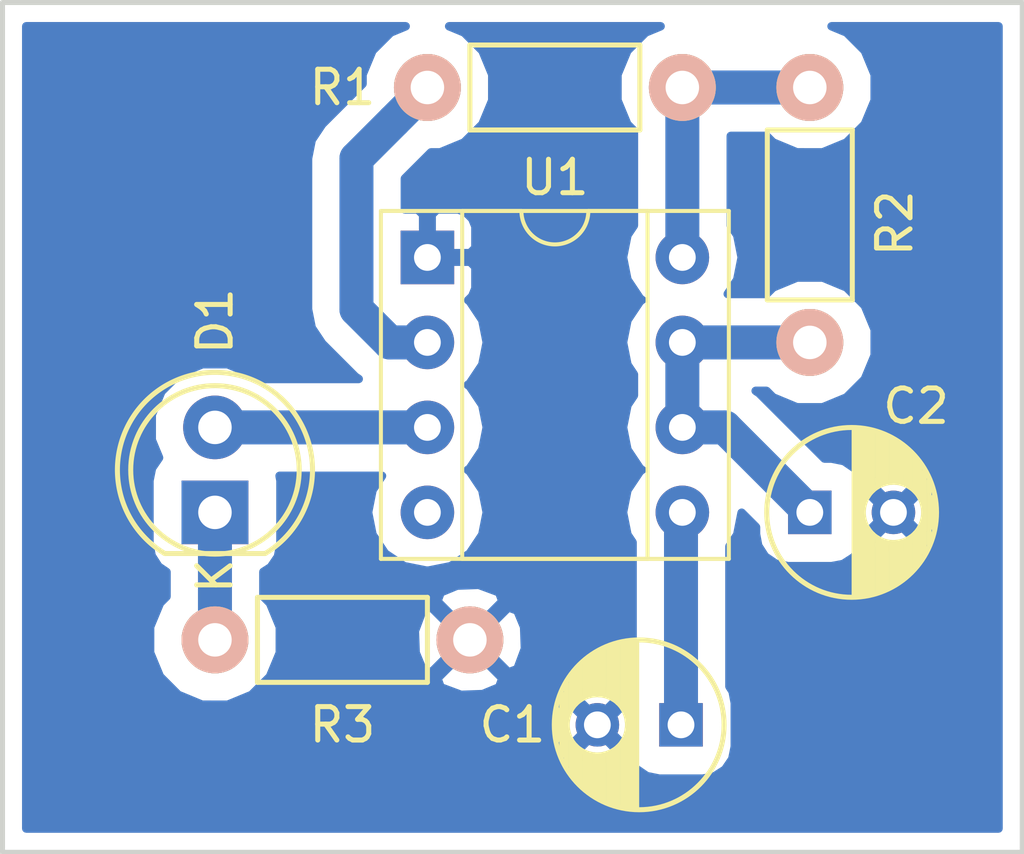
<source format=kicad_pcb>
(kicad_pcb (version 4) (host pcbnew 4.0.6)

  (general
    (links 12)
    (no_connects 0)
    (area 139.624999 101.524999 170.255001 127.075001)
    (thickness 1.6)
    (drawings 4)
    (tracks 16)
    (zones 0)
    (modules 7)
    (nets 9)
  )

  (page A)
  (title_block
    (title LEDBlinker)
    (date 2017-04-23)
    (rev v1.0)
    (company "STC Studiolab")
    (comment 1 "Your Name")
  )

  (layers
    (0 F.Cu signal)
    (31 B.Cu signal)
    (33 F.Adhes user)
    (35 F.Paste user)
    (37 F.SilkS user)
    (39 F.Mask user)
    (40 Dwgs.User user)
    (41 Cmts.User user)
    (42 Eco1.User user)
    (43 Eco2.User user)
    (44 Edge.Cuts user)
    (45 Margin user)
    (47 F.CrtYd user)
    (49 F.Fab user)
  )

  (setup
    (last_trace_width 1.016)
    (user_trace_width 0.508)
    (user_trace_width 1.016)
    (trace_clearance 0.8128)
    (zone_clearance 0.508)
    (zone_45_only no)
    (trace_min 0.4064)
    (segment_width 0.2)
    (edge_width 0.15)
    (via_size 2.032)
    (via_drill 1.016)
    (via_min_size 0.8128)
    (via_min_drill 0.4064)
    (uvia_size 0.1524)
    (uvia_drill 0)
    (uvias_allowed no)
    (uvia_min_size 0)
    (uvia_min_drill 0)
    (pcb_text_width 0.3)
    (pcb_text_size 1.5 1.5)
    (mod_edge_width 0.15)
    (mod_text_size 1 1)
    (mod_text_width 0.15)
    (pad_size 1.524 1.524)
    (pad_drill 0.762)
    (pad_to_mask_clearance 0.2)
    (aux_axis_origin 0 0)
    (visible_elements FFFFFF7F)
    (pcbplotparams
      (layerselection 0x01000_80000001)
      (usegerberextensions false)
      (excludeedgelayer true)
      (linewidth 2.000000)
      (plotframeref false)
      (viasonmask false)
      (mode 1)
      (useauxorigin false)
      (hpglpennumber 1)
      (hpglpenspeed 20)
      (hpglpendiameter 15)
      (hpglpenoverlay 2)
      (psnegative false)
      (psa4output false)
      (plotreference false)
      (plotvalue false)
      (plotinvisibletext false)
      (padsonsilk false)
      (subtractmaskfromsilk false)
      (outputformat 1)
      (mirror false)
      (drillshape 0)
      (scaleselection 1)
      (outputdirectory gerbers/))
  )

  (net 0 "")
  (net 1 "Net-(C1-Pad1)")
  (net 2 GND)
  (net 3 "Net-(C2-Pad1)")
  (net 4 "Net-(D1-Pad1)")
  (net 5 "Net-(D1-Pad2)")
  (net 6 "Net-(R1-Pad1)")
  (net 7 VCC)
  (net 8 "Net-(U1-Pad4)")

  (net_class Default "This is the default net class."
    (clearance 0.8128)
    (trace_width 1.016)
    (via_dia 2.032)
    (via_drill 1.016)
    (uvia_dia 0.1524)
    (uvia_drill 0)
    (add_net GND)
    (add_net "Net-(C1-Pad1)")
    (add_net "Net-(C2-Pad1)")
    (add_net "Net-(D1-Pad1)")
    (add_net "Net-(D1-Pad2)")
    (add_net "Net-(R1-Pad1)")
    (add_net "Net-(U1-Pad4)")
    (add_net VCC)
  )

  (module Capacitors_THT:C_Radial_D5_L6_P2.5 (layer F.Cu) (tedit 0) (tstamp 58FD0765)
    (at 159.98 123.19 180)
    (descr "Radial Electrolytic Capacitor Diameter 5mm x Length 6mm, Pitch 2.5mm")
    (tags "Electrolytic Capacitor")
    (path /58FA45B9)
    (fp_text reference C1 (at 5.04 0 360) (layer F.SilkS)
      (effects (font (size 1 1) (thickness 0.15)))
    )
    (fp_text value 0.01uF (at -2.58 0 270) (layer F.Fab)
      (effects (font (size 1 1) (thickness 0.15)))
    )
    (fp_line (start 1.325 -2.499) (end 1.325 2.499) (layer F.SilkS) (width 0.15))
    (fp_line (start 1.465 -2.491) (end 1.465 2.491) (layer F.SilkS) (width 0.15))
    (fp_line (start 1.605 -2.475) (end 1.605 -0.095) (layer F.SilkS) (width 0.15))
    (fp_line (start 1.605 0.095) (end 1.605 2.475) (layer F.SilkS) (width 0.15))
    (fp_line (start 1.745 -2.451) (end 1.745 -0.49) (layer F.SilkS) (width 0.15))
    (fp_line (start 1.745 0.49) (end 1.745 2.451) (layer F.SilkS) (width 0.15))
    (fp_line (start 1.885 -2.418) (end 1.885 -0.657) (layer F.SilkS) (width 0.15))
    (fp_line (start 1.885 0.657) (end 1.885 2.418) (layer F.SilkS) (width 0.15))
    (fp_line (start 2.025 -2.377) (end 2.025 -0.764) (layer F.SilkS) (width 0.15))
    (fp_line (start 2.025 0.764) (end 2.025 2.377) (layer F.SilkS) (width 0.15))
    (fp_line (start 2.165 -2.327) (end 2.165 -0.835) (layer F.SilkS) (width 0.15))
    (fp_line (start 2.165 0.835) (end 2.165 2.327) (layer F.SilkS) (width 0.15))
    (fp_line (start 2.305 -2.266) (end 2.305 -0.879) (layer F.SilkS) (width 0.15))
    (fp_line (start 2.305 0.879) (end 2.305 2.266) (layer F.SilkS) (width 0.15))
    (fp_line (start 2.445 -2.196) (end 2.445 -0.898) (layer F.SilkS) (width 0.15))
    (fp_line (start 2.445 0.898) (end 2.445 2.196) (layer F.SilkS) (width 0.15))
    (fp_line (start 2.585 -2.114) (end 2.585 -0.896) (layer F.SilkS) (width 0.15))
    (fp_line (start 2.585 0.896) (end 2.585 2.114) (layer F.SilkS) (width 0.15))
    (fp_line (start 2.725 -2.019) (end 2.725 -0.871) (layer F.SilkS) (width 0.15))
    (fp_line (start 2.725 0.871) (end 2.725 2.019) (layer F.SilkS) (width 0.15))
    (fp_line (start 2.865 -1.908) (end 2.865 -0.823) (layer F.SilkS) (width 0.15))
    (fp_line (start 2.865 0.823) (end 2.865 1.908) (layer F.SilkS) (width 0.15))
    (fp_line (start 3.005 -1.78) (end 3.005 -0.745) (layer F.SilkS) (width 0.15))
    (fp_line (start 3.005 0.745) (end 3.005 1.78) (layer F.SilkS) (width 0.15))
    (fp_line (start 3.145 -1.631) (end 3.145 -0.628) (layer F.SilkS) (width 0.15))
    (fp_line (start 3.145 0.628) (end 3.145 1.631) (layer F.SilkS) (width 0.15))
    (fp_line (start 3.285 -1.452) (end 3.285 -0.44) (layer F.SilkS) (width 0.15))
    (fp_line (start 3.285 0.44) (end 3.285 1.452) (layer F.SilkS) (width 0.15))
    (fp_line (start 3.425 -1.233) (end 3.425 1.233) (layer F.SilkS) (width 0.15))
    (fp_line (start 3.565 -0.944) (end 3.565 0.944) (layer F.SilkS) (width 0.15))
    (fp_line (start 3.705 -0.472) (end 3.705 0.472) (layer F.SilkS) (width 0.15))
    (fp_circle (center 2.5 0) (end 2.5 -0.9) (layer F.SilkS) (width 0.15))
    (fp_circle (center 1.25 0) (end 1.25 -2.5375) (layer F.SilkS) (width 0.15))
    (fp_circle (center 1.25 0) (end 1.25 -2.8) (layer F.CrtYd) (width 0.05))
    (pad 1 thru_hole rect (at 0 0 180) (size 1.3 1.3) (drill 0.8) (layers *.Cu *.Mask)
      (net 1 "Net-(C1-Pad1)"))
    (pad 2 thru_hole circle (at 2.5 0 180) (size 1.3 1.3) (drill 0.8) (layers *.Cu *.Mask)
      (net 2 GND))
    (model Capacitors_THT.3dshapes/C_Radial_D5_L6_P2.5.wrl
      (at (xyz 0.049213 0 0))
      (scale (xyz 1 1 1))
      (rotate (xyz 0 0 90))
    )
  )

  (module Capacitors_THT:C_Radial_D5_L6_P2.5 (layer F.Cu) (tedit 0) (tstamp 58FD076B)
    (at 163.83 116.84)
    (descr "Radial Electrolytic Capacitor Diameter 5mm x Length 6mm, Pitch 2.5mm")
    (tags "Electrolytic Capacitor")
    (path /58FA462D)
    (fp_text reference C2 (at 3.175 -3.175) (layer F.SilkS)
      (effects (font (size 1 1) (thickness 0.15)))
    )
    (fp_text value 470uF (at 1.27 3.8) (layer F.Fab)
      (effects (font (size 1 1) (thickness 0.15)))
    )
    (fp_line (start 1.325 -2.499) (end 1.325 2.499) (layer F.SilkS) (width 0.15))
    (fp_line (start 1.465 -2.491) (end 1.465 2.491) (layer F.SilkS) (width 0.15))
    (fp_line (start 1.605 -2.475) (end 1.605 -0.095) (layer F.SilkS) (width 0.15))
    (fp_line (start 1.605 0.095) (end 1.605 2.475) (layer F.SilkS) (width 0.15))
    (fp_line (start 1.745 -2.451) (end 1.745 -0.49) (layer F.SilkS) (width 0.15))
    (fp_line (start 1.745 0.49) (end 1.745 2.451) (layer F.SilkS) (width 0.15))
    (fp_line (start 1.885 -2.418) (end 1.885 -0.657) (layer F.SilkS) (width 0.15))
    (fp_line (start 1.885 0.657) (end 1.885 2.418) (layer F.SilkS) (width 0.15))
    (fp_line (start 2.025 -2.377) (end 2.025 -0.764) (layer F.SilkS) (width 0.15))
    (fp_line (start 2.025 0.764) (end 2.025 2.377) (layer F.SilkS) (width 0.15))
    (fp_line (start 2.165 -2.327) (end 2.165 -0.835) (layer F.SilkS) (width 0.15))
    (fp_line (start 2.165 0.835) (end 2.165 2.327) (layer F.SilkS) (width 0.15))
    (fp_line (start 2.305 -2.266) (end 2.305 -0.879) (layer F.SilkS) (width 0.15))
    (fp_line (start 2.305 0.879) (end 2.305 2.266) (layer F.SilkS) (width 0.15))
    (fp_line (start 2.445 -2.196) (end 2.445 -0.898) (layer F.SilkS) (width 0.15))
    (fp_line (start 2.445 0.898) (end 2.445 2.196) (layer F.SilkS) (width 0.15))
    (fp_line (start 2.585 -2.114) (end 2.585 -0.896) (layer F.SilkS) (width 0.15))
    (fp_line (start 2.585 0.896) (end 2.585 2.114) (layer F.SilkS) (width 0.15))
    (fp_line (start 2.725 -2.019) (end 2.725 -0.871) (layer F.SilkS) (width 0.15))
    (fp_line (start 2.725 0.871) (end 2.725 2.019) (layer F.SilkS) (width 0.15))
    (fp_line (start 2.865 -1.908) (end 2.865 -0.823) (layer F.SilkS) (width 0.15))
    (fp_line (start 2.865 0.823) (end 2.865 1.908) (layer F.SilkS) (width 0.15))
    (fp_line (start 3.005 -1.78) (end 3.005 -0.745) (layer F.SilkS) (width 0.15))
    (fp_line (start 3.005 0.745) (end 3.005 1.78) (layer F.SilkS) (width 0.15))
    (fp_line (start 3.145 -1.631) (end 3.145 -0.628) (layer F.SilkS) (width 0.15))
    (fp_line (start 3.145 0.628) (end 3.145 1.631) (layer F.SilkS) (width 0.15))
    (fp_line (start 3.285 -1.452) (end 3.285 -0.44) (layer F.SilkS) (width 0.15))
    (fp_line (start 3.285 0.44) (end 3.285 1.452) (layer F.SilkS) (width 0.15))
    (fp_line (start 3.425 -1.233) (end 3.425 1.233) (layer F.SilkS) (width 0.15))
    (fp_line (start 3.565 -0.944) (end 3.565 0.944) (layer F.SilkS) (width 0.15))
    (fp_line (start 3.705 -0.472) (end 3.705 0.472) (layer F.SilkS) (width 0.15))
    (fp_circle (center 2.5 0) (end 2.5 -0.9) (layer F.SilkS) (width 0.15))
    (fp_circle (center 1.25 0) (end 1.25 -2.5375) (layer F.SilkS) (width 0.15))
    (fp_circle (center 1.25 0) (end 1.25 -2.8) (layer F.CrtYd) (width 0.05))
    (pad 1 thru_hole rect (at 0 0) (size 1.3 1.3) (drill 0.8) (layers *.Cu *.Mask)
      (net 3 "Net-(C2-Pad1)"))
    (pad 2 thru_hole circle (at 2.5 0) (size 1.3 1.3) (drill 0.8) (layers *.Cu *.Mask)
      (net 2 GND))
    (model Capacitors_ThroughHole.3dshapes/C_Radial_D5_L6_P2.5.wrl
      (at (xyz 0.0492126 0 0))
      (scale (xyz 1 1 1))
      (rotate (xyz 0 0 90))
    )
  )

  (module LEDs:LED-5MM (layer F.Cu) (tedit 5570F7EA) (tstamp 58FD0771)
    (at 146.05 116.84 90)
    (descr "LED 5mm round vertical")
    (tags "LED 5mm round vertical")
    (path /58FA4660)
    (fp_text reference D1 (at 5.715 0 270) (layer F.SilkS)
      (effects (font (size 1 1) (thickness 0.15)))
    )
    (fp_text value LED (at 1.524 -3.937 90) (layer F.Fab)
      (effects (font (size 1 1) (thickness 0.15)))
    )
    (fp_line (start -1.5 -1.55) (end -1.5 1.55) (layer F.CrtYd) (width 0.05))
    (fp_arc (start 1.3 0) (end -1.5 1.55) (angle -302) (layer F.CrtYd) (width 0.05))
    (fp_arc (start 1.27 0) (end -1.23 -1.5) (angle 297.5) (layer F.SilkS) (width 0.15))
    (fp_line (start -1.23 1.5) (end -1.23 -1.5) (layer F.SilkS) (width 0.15))
    (fp_circle (center 1.27 0) (end 0.97 -2.5) (layer F.SilkS) (width 0.15))
    (fp_text user K (at -1.905 0 90) (layer F.SilkS)
      (effects (font (size 1 1) (thickness 0.15)))
    )
    (pad 1 thru_hole rect (at 0 0 180) (size 2 1.9) (drill 1.00076) (layers *.Cu *.Mask)
      (net 4 "Net-(D1-Pad1)"))
    (pad 2 thru_hole circle (at 2.54 0 90) (size 1.9 1.9) (drill 1.00076) (layers *.Cu *.Mask)
      (net 5 "Net-(D1-Pad2)"))
    (model LEDs.3dshapes/LED-5MM.wrl
      (at (xyz 0.05 0 0))
      (scale (xyz 1 1 1))
      (rotate (xyz 0 0 90))
    )
  )

  (module Resistors_THT:Resistor_Horizontal_RM7mm (layer F.Cu) (tedit 569FCF07) (tstamp 58FD0777)
    (at 152.4 104.14)
    (descr "Resistor, Axial,  RM 7.62mm, 1/3W,")
    (tags "Resistor Axial RM 7.62mm 1/3W R3")
    (path /58FA44E7)
    (fp_text reference R1 (at -2.54 0 180) (layer F.SilkS)
      (effects (font (size 1 1) (thickness 0.15)))
    )
    (fp_text value 10k (at 3.81 0) (layer F.Fab)
      (effects (font (size 1 1) (thickness 0.15)))
    )
    (fp_line (start -1.25 -1.5) (end 8.85 -1.5) (layer F.CrtYd) (width 0.05))
    (fp_line (start -1.25 1.5) (end -1.25 -1.5) (layer F.CrtYd) (width 0.05))
    (fp_line (start 8.85 -1.5) (end 8.85 1.5) (layer F.CrtYd) (width 0.05))
    (fp_line (start -1.25 1.5) (end 8.85 1.5) (layer F.CrtYd) (width 0.05))
    (fp_line (start 1.27 -1.27) (end 6.35 -1.27) (layer F.SilkS) (width 0.15))
    (fp_line (start 6.35 -1.27) (end 6.35 1.27) (layer F.SilkS) (width 0.15))
    (fp_line (start 6.35 1.27) (end 1.27 1.27) (layer F.SilkS) (width 0.15))
    (fp_line (start 1.27 1.27) (end 1.27 -1.27) (layer F.SilkS) (width 0.15))
    (pad 1 thru_hole circle (at 0 0) (size 1.99898 1.99898) (drill 1.00076) (layers *.Cu *.SilkS *.Mask)
      (net 6 "Net-(R1-Pad1)"))
    (pad 2 thru_hole circle (at 7.62 0) (size 1.99898 1.99898) (drill 1.00076) (layers *.Cu *.SilkS *.Mask)
      (net 7 VCC))
  )

  (module Resistors_THT:Resistor_Horizontal_RM7mm (layer F.Cu) (tedit 569FCF07) (tstamp 58FD077D)
    (at 163.83 104.14 270)
    (descr "Resistor, Axial,  RM 7.62mm, 1/3W,")
    (tags "Resistor Axial RM 7.62mm 1/3W R3")
    (path /58FA43AD)
    (fp_text reference R2 (at 4.05892 -2.54 270) (layer F.SilkS)
      (effects (font (size 1 1) (thickness 0.15)))
    )
    (fp_text value 10k (at 3.81 0 270) (layer F.Fab)
      (effects (font (size 1 1) (thickness 0.15)))
    )
    (fp_line (start -1.25 -1.5) (end 8.85 -1.5) (layer F.CrtYd) (width 0.05))
    (fp_line (start -1.25 1.5) (end -1.25 -1.5) (layer F.CrtYd) (width 0.05))
    (fp_line (start 8.85 -1.5) (end 8.85 1.5) (layer F.CrtYd) (width 0.05))
    (fp_line (start -1.25 1.5) (end 8.85 1.5) (layer F.CrtYd) (width 0.05))
    (fp_line (start 1.27 -1.27) (end 6.35 -1.27) (layer F.SilkS) (width 0.15))
    (fp_line (start 6.35 -1.27) (end 6.35 1.27) (layer F.SilkS) (width 0.15))
    (fp_line (start 6.35 1.27) (end 1.27 1.27) (layer F.SilkS) (width 0.15))
    (fp_line (start 1.27 1.27) (end 1.27 -1.27) (layer F.SilkS) (width 0.15))
    (pad 1 thru_hole circle (at 0 0 270) (size 1.99898 1.99898) (drill 1.00076) (layers *.Cu *.SilkS *.Mask)
      (net 7 VCC))
    (pad 2 thru_hole circle (at 7.62 0 270) (size 1.99898 1.99898) (drill 1.00076) (layers *.Cu *.SilkS *.Mask)
      (net 3 "Net-(C2-Pad1)"))
  )

  (module Resistors_THT:Resistor_Horizontal_RM7mm (layer F.Cu) (tedit 569FCF07) (tstamp 58FD0783)
    (at 146.05 120.65)
    (descr "Resistor, Axial,  RM 7.62mm, 1/3W,")
    (tags "Resistor Axial RM 7.62mm 1/3W R3")
    (path /58FA458E)
    (fp_text reference R3 (at 3.81 2.54) (layer F.SilkS)
      (effects (font (size 1 1) (thickness 0.15)))
    )
    (fp_text value 470 (at 3.81 0) (layer F.Fab)
      (effects (font (size 1 1) (thickness 0.15)))
    )
    (fp_line (start -1.25 -1.5) (end 8.85 -1.5) (layer F.CrtYd) (width 0.05))
    (fp_line (start -1.25 1.5) (end -1.25 -1.5) (layer F.CrtYd) (width 0.05))
    (fp_line (start 8.85 -1.5) (end 8.85 1.5) (layer F.CrtYd) (width 0.05))
    (fp_line (start -1.25 1.5) (end 8.85 1.5) (layer F.CrtYd) (width 0.05))
    (fp_line (start 1.27 -1.27) (end 6.35 -1.27) (layer F.SilkS) (width 0.15))
    (fp_line (start 6.35 -1.27) (end 6.35 1.27) (layer F.SilkS) (width 0.15))
    (fp_line (start 6.35 1.27) (end 1.27 1.27) (layer F.SilkS) (width 0.15))
    (fp_line (start 1.27 1.27) (end 1.27 -1.27) (layer F.SilkS) (width 0.15))
    (pad 1 thru_hole circle (at 0 0) (size 1.99898 1.99898) (drill 1.00076) (layers *.Cu *.SilkS *.Mask)
      (net 4 "Net-(D1-Pad1)"))
    (pad 2 thru_hole circle (at 7.62 0) (size 1.99898 1.99898) (drill 1.00076) (layers *.Cu *.SilkS *.Mask)
      (net 2 GND))
  )

  (module Housings_DIP:DIP-8_W7.62mm_Socket (layer F.Cu) (tedit 586281B4) (tstamp 58FD078F)
    (at 152.4 109.22)
    (descr "8-lead dip package, row spacing 7.62 mm (300 mils), Socket")
    (tags "DIL DIP PDIP 2.54mm 7.62mm 300mil Socket")
    (path /58FA4242)
    (fp_text reference U1 (at 3.81 -2.39) (layer F.SilkS)
      (effects (font (size 1 1) (thickness 0.15)))
    )
    (fp_text value LM555N (at 5.08 10.01) (layer F.Fab)
      (effects (font (size 1 1) (thickness 0.15)))
    )
    (fp_arc (start 3.81 -1.39) (end 2.81 -1.39) (angle -180) (layer F.SilkS) (width 0.12))
    (fp_line (start 1.635 -1.27) (end 6.985 -1.27) (layer F.Fab) (width 0.1))
    (fp_line (start 6.985 -1.27) (end 6.985 8.89) (layer F.Fab) (width 0.1))
    (fp_line (start 6.985 8.89) (end 0.635 8.89) (layer F.Fab) (width 0.1))
    (fp_line (start 0.635 8.89) (end 0.635 -0.27) (layer F.Fab) (width 0.1))
    (fp_line (start 0.635 -0.27) (end 1.635 -1.27) (layer F.Fab) (width 0.1))
    (fp_line (start -1.27 -1.27) (end -1.27 8.89) (layer F.Fab) (width 0.1))
    (fp_line (start -1.27 8.89) (end 8.89 8.89) (layer F.Fab) (width 0.1))
    (fp_line (start 8.89 8.89) (end 8.89 -1.27) (layer F.Fab) (width 0.1))
    (fp_line (start 8.89 -1.27) (end -1.27 -1.27) (layer F.Fab) (width 0.1))
    (fp_line (start 2.81 -1.39) (end 1.04 -1.39) (layer F.SilkS) (width 0.12))
    (fp_line (start 1.04 -1.39) (end 1.04 9.01) (layer F.SilkS) (width 0.12))
    (fp_line (start 1.04 9.01) (end 6.58 9.01) (layer F.SilkS) (width 0.12))
    (fp_line (start 6.58 9.01) (end 6.58 -1.39) (layer F.SilkS) (width 0.12))
    (fp_line (start 6.58 -1.39) (end 4.81 -1.39) (layer F.SilkS) (width 0.12))
    (fp_line (start -1.39 -1.39) (end -1.39 9.01) (layer F.SilkS) (width 0.12))
    (fp_line (start -1.39 9.01) (end 9.01 9.01) (layer F.SilkS) (width 0.12))
    (fp_line (start 9.01 9.01) (end 9.01 -1.39) (layer F.SilkS) (width 0.12))
    (fp_line (start 9.01 -1.39) (end -1.39 -1.39) (layer F.SilkS) (width 0.12))
    (fp_line (start -1.7 -1.7) (end -1.7 9.3) (layer F.CrtYd) (width 0.05))
    (fp_line (start -1.7 9.3) (end 9.3 9.3) (layer F.CrtYd) (width 0.05))
    (fp_line (start 9.3 9.3) (end 9.3 -1.7) (layer F.CrtYd) (width 0.05))
    (fp_line (start 9.3 -1.7) (end -1.7 -1.7) (layer F.CrtYd) (width 0.05))
    (pad 1 thru_hole rect (at 0 0) (size 1.6 1.6) (drill 0.8) (layers *.Cu *.Mask)
      (net 2 GND))
    (pad 5 thru_hole oval (at 7.62 7.62) (size 1.6 1.6) (drill 0.8) (layers *.Cu *.Mask)
      (net 1 "Net-(C1-Pad1)"))
    (pad 2 thru_hole oval (at 0 2.54) (size 1.6 1.6) (drill 0.8) (layers *.Cu *.Mask)
      (net 6 "Net-(R1-Pad1)"))
    (pad 6 thru_hole oval (at 7.62 5.08) (size 1.6 1.6) (drill 0.8) (layers *.Cu *.Mask)
      (net 3 "Net-(C2-Pad1)"))
    (pad 3 thru_hole oval (at 0 5.08) (size 1.6 1.6) (drill 0.8) (layers *.Cu *.Mask)
      (net 5 "Net-(D1-Pad2)"))
    (pad 7 thru_hole oval (at 7.62 2.54) (size 1.6 1.6) (drill 0.8) (layers *.Cu *.Mask)
      (net 3 "Net-(C2-Pad1)"))
    (pad 4 thru_hole oval (at 0 7.62) (size 1.6 1.6) (drill 0.8) (layers *.Cu *.Mask)
      (net 8 "Net-(U1-Pad4)"))
    (pad 8 thru_hole oval (at 7.62 0) (size 1.6 1.6) (drill 0.8) (layers *.Cu *.Mask)
      (net 7 VCC))
    (model Housings_DIP.3dshapes/DIP-8_W7.62mm_Socket.wrl
      (at (xyz 0 0 0))
      (scale (xyz 1 1 1))
      (rotate (xyz 0 0 0))
    )
  )

  (gr_line (start 139.7 127) (end 139.7 101.6) (layer Edge.Cuts) (width 0.15))
  (gr_line (start 170.18 127) (end 139.7 127) (layer Edge.Cuts) (width 0.15))
  (gr_line (start 170.18 101.6) (end 170.18 127) (layer Edge.Cuts) (width 0.15))
  (gr_line (start 139.7 101.6) (end 170.18 101.6) (layer Edge.Cuts) (width 0.15))

  (segment (start 160.02 123.19) (end 159.98 123.15) (width 1.016) (layer B.Cu) (net 1))
  (segment (start 159.98 123.15) (end 159.98 116.88) (width 1.016) (layer B.Cu) (net 1))
  (segment (start 159.98 116.88) (end 160.02 116.84) (width 1.016) (layer B.Cu) (net 1))
  (segment (start 160.02 111.76) (end 163.83 111.76) (width 1.016) (layer B.Cu) (net 3))
  (segment (start 160.02 111.76) (end 160.02 114.3) (width 1.016) (layer B.Cu) (net 3))
  (segment (start 163.83 116.84) (end 161.29 114.3) (width 1.016) (layer B.Cu) (net 3))
  (segment (start 161.29 114.3) (end 160.02 114.3) (width 1.016) (layer B.Cu) (net 3))
  (segment (start 146.05 116.84) (end 146.05 120.65) (width 1.016) (layer B.Cu) (net 4))
  (segment (start 146.05 114.3) (end 152.4 114.3) (width 1.016) (layer B.Cu) (net 5))
  (segment (start 152.4 111.76) (end 151.26863 111.76) (width 1.016) (layer B.Cu) (net 6))
  (segment (start 151.26863 111.76) (end 150.279199 110.770569) (width 1.016) (layer B.Cu) (net 6))
  (segment (start 150.279199 110.770569) (end 150.279199 106.260801) (width 1.016) (layer B.Cu) (net 6))
  (segment (start 150.279199 106.260801) (end 151.400511 105.139489) (width 1.016) (layer B.Cu) (net 6))
  (segment (start 151.400511 105.139489) (end 152.4 104.14) (width 1.016) (layer B.Cu) (net 6))
  (segment (start 163.83 104.14) (end 160.02 104.14) (width 1.016) (layer B.Cu) (net 7))
  (segment (start 160.02 104.14) (end 160.02 109.22) (width 1.016) (layer B.Cu) (net 7))

  (zone (net 2) (net_name GND) (layer B.Cu) (tstamp 0) (hatch edge 0.508)
    (connect_pads (clearance 0.508))
    (min_thickness 0.254)
    (fill yes (arc_segments 16) (thermal_gap 0.508) (thermal_bridge_width 0.508))
    (polygon
      (pts
        (xy 139.7 101.6) (xy 170.18 101.6) (xy 170.18 127) (xy 139.7 127)
      )
    )
    (filled_polygon
      (pts
        (xy 151.302916 102.494991) (xy 150.756909 103.040046) (xy 150.461047 103.752559) (xy 150.460803 104.031699) (xy 149.25545 105.237052)
        (xy 148.941606 105.706752) (xy 148.831399 106.260801) (xy 148.831399 110.770569) (xy 148.941606 111.324618) (xy 149.25545 111.794318)
        (xy 150.244881 112.783749) (xy 150.347325 112.8522) (xy 147.274976 112.8522) (xy 147.121883 112.69884) (xy 146.427554 112.410529)
        (xy 145.675745 112.409873) (xy 144.980913 112.696972) (xy 144.44884 113.228117) (xy 144.160529 113.922446) (xy 144.159873 114.674255)
        (xy 144.379711 115.206303) (xy 144.167283 115.517202) (xy 144.091789 115.89) (xy 144.091789 117.79) (xy 144.15732 118.138269)
        (xy 144.363147 118.458133) (xy 144.6022 118.62147) (xy 144.6022 119.355096) (xy 144.406909 119.550046) (xy 144.111047 120.262559)
        (xy 144.110374 121.034056) (xy 144.404991 121.747084) (xy 144.950046 122.293091) (xy 145.662559 122.588953) (xy 146.434056 122.589626)
        (xy 147.147084 122.295009) (xy 147.64079 121.802163) (xy 152.697443 121.802163) (xy 152.796042 122.068965) (xy 153.405582 122.295401)
        (xy 153.524873 122.290984) (xy 156.76059 122.290984) (xy 157.48 123.010395) (xy 158.19941 122.290984) (xy 158.143729 122.060389)
        (xy 157.660922 121.892378) (xy 157.150572 121.921917) (xy 156.816271 122.060389) (xy 156.76059 122.290984) (xy 153.524873 122.290984)
        (xy 154.055377 122.271341) (xy 154.543958 122.068965) (xy 154.642557 121.802163) (xy 153.67 120.829605) (xy 152.697443 121.802163)
        (xy 147.64079 121.802163) (xy 147.693091 121.749954) (xy 147.988953 121.037441) (xy 147.989521 120.385582) (xy 152.024599 120.385582)
        (xy 152.048659 121.035377) (xy 152.251035 121.523958) (xy 152.517837 121.622557) (xy 153.490395 120.65) (xy 153.849605 120.65)
        (xy 154.822163 121.622557) (xy 155.088965 121.523958) (xy 155.315401 120.914418) (xy 155.291341 120.264623) (xy 155.088965 119.776042)
        (xy 154.822163 119.677443) (xy 153.849605 120.65) (xy 153.490395 120.65) (xy 152.517837 119.677443) (xy 152.251035 119.776042)
        (xy 152.024599 120.385582) (xy 147.989521 120.385582) (xy 147.989626 120.265944) (xy 147.695009 119.552916) (xy 147.640026 119.497837)
        (xy 152.697443 119.497837) (xy 153.67 120.470395) (xy 154.642557 119.497837) (xy 154.543958 119.231035) (xy 153.934418 119.004599)
        (xy 153.284623 119.028659) (xy 152.796042 119.231035) (xy 152.697443 119.497837) (xy 147.640026 119.497837) (xy 147.4978 119.355363)
        (xy 147.4978 118.618634) (xy 147.718133 118.476853) (xy 147.932717 118.162798) (xy 148.008211 117.79) (xy 148.008211 115.89)
        (xy 147.981454 115.7478) (xy 151.043466 115.7478) (xy 150.758549 116.174207) (xy 150.626115 116.84) (xy 150.758549 117.505793)
        (xy 151.135691 118.070224) (xy 151.700122 118.447366) (xy 152.365915 118.5798) (xy 152.434085 118.5798) (xy 153.099878 118.447366)
        (xy 153.664309 118.070224) (xy 154.041451 117.505793) (xy 154.173885 116.84) (xy 154.041451 116.174207) (xy 153.664309 115.609776)
        (xy 153.60478 115.57) (xy 153.664309 115.530224) (xy 154.041451 114.965793) (xy 154.173885 114.3) (xy 154.041451 113.634207)
        (xy 153.664309 113.069776) (xy 153.60478 113.03) (xy 153.664309 112.990224) (xy 154.041451 112.425793) (xy 154.173885 111.76)
        (xy 154.041451 111.094207) (xy 153.664309 110.529776) (xy 153.618715 110.499311) (xy 153.738327 110.379699) (xy 153.835 110.14631)
        (xy 153.835 109.50575) (xy 153.67625 109.347) (xy 152.527 109.347) (xy 152.527 109.367) (xy 152.273 109.367)
        (xy 152.273 109.347) (xy 152.253 109.347) (xy 152.253 109.093) (xy 152.273 109.093) (xy 152.273 107.94375)
        (xy 152.527 107.94375) (xy 152.527 109.093) (xy 153.67625 109.093) (xy 153.835 108.93425) (xy 153.835 108.29369)
        (xy 153.738327 108.060301) (xy 153.559698 107.881673) (xy 153.326309 107.785) (xy 152.68575 107.785) (xy 152.527 107.94375)
        (xy 152.273 107.94375) (xy 152.11425 107.785) (xy 151.726999 107.785) (xy 151.726999 106.860499) (xy 152.508113 106.079385)
        (xy 152.784056 106.079626) (xy 153.497084 105.785009) (xy 154.043091 105.239954) (xy 154.338953 104.527441) (xy 154.339626 103.755944)
        (xy 154.045009 103.042916) (xy 153.499954 102.496909) (xy 153.049828 102.31) (xy 159.370629 102.31) (xy 158.922916 102.494991)
        (xy 158.376909 103.040046) (xy 158.081047 103.752559) (xy 158.080374 104.524056) (xy 158.374991 105.237084) (xy 158.5722 105.434637)
        (xy 158.5722 108.264389) (xy 158.378549 108.554207) (xy 158.246115 109.22) (xy 158.378549 109.885793) (xy 158.755691 110.450224)
        (xy 158.81522 110.49) (xy 158.755691 110.529776) (xy 158.378549 111.094207) (xy 158.246115 111.76) (xy 158.378549 112.425793)
        (xy 158.5722 112.715611) (xy 158.5722 113.344389) (xy 158.378549 113.634207) (xy 158.246115 114.3) (xy 158.378549 114.965793)
        (xy 158.755691 115.530224) (xy 158.81522 115.57) (xy 158.755691 115.609776) (xy 158.378549 116.174207) (xy 158.246115 116.84)
        (xy 158.378549 117.505793) (xy 158.5322 117.735747) (xy 158.5322 122.042921) (xy 158.447283 122.167202) (xy 158.385527 122.472162)
        (xy 158.379016 122.47059) (xy 157.659605 123.19) (xy 158.379016 123.90941) (xy 158.384596 123.908063) (xy 158.43732 124.188269)
        (xy 158.643147 124.508133) (xy 158.957202 124.722717) (xy 159.33 124.798211) (xy 160.63 124.798211) (xy 160.978269 124.73268)
        (xy 161.298133 124.526853) (xy 161.512717 124.212798) (xy 161.588211 123.84) (xy 161.588211 122.54) (xy 161.52268 122.191731)
        (xy 161.4278 122.044283) (xy 161.4278 117.855475) (xy 161.661451 117.505793) (xy 161.791996 116.849495) (xy 162.221789 117.279288)
        (xy 162.221789 117.49) (xy 162.28732 117.838269) (xy 162.493147 118.158133) (xy 162.807202 118.372717) (xy 163.18 118.448211)
        (xy 164.48 118.448211) (xy 164.828269 118.38268) (xy 165.148133 118.176853) (xy 165.362717 117.862798) (xy 165.387783 117.739016)
        (xy 165.61059 117.739016) (xy 165.666271 117.969611) (xy 166.149078 118.137622) (xy 166.659428 118.108083) (xy 166.993729 117.969611)
        (xy 167.04941 117.739016) (xy 166.33 117.019605) (xy 165.61059 117.739016) (xy 165.387783 117.739016) (xy 165.424473 117.557838)
        (xy 165.430984 117.55941) (xy 166.150395 116.84) (xy 166.509605 116.84) (xy 167.229016 117.55941) (xy 167.459611 117.503729)
        (xy 167.627622 117.020922) (xy 167.598083 116.510572) (xy 167.459611 116.176271) (xy 167.229016 116.12059) (xy 166.509605 116.84)
        (xy 166.150395 116.84) (xy 165.430984 116.12059) (xy 165.425404 116.121937) (xy 165.391356 115.940984) (xy 165.61059 115.940984)
        (xy 166.33 116.660395) (xy 167.04941 115.940984) (xy 166.993729 115.710389) (xy 166.510922 115.542378) (xy 166.000572 115.571917)
        (xy 165.666271 115.710389) (xy 165.61059 115.940984) (xy 165.391356 115.940984) (xy 165.37268 115.841731) (xy 165.166853 115.521867)
        (xy 164.852798 115.307283) (xy 164.48 115.231789) (xy 164.269288 115.231789) (xy 162.313749 113.276251) (xy 162.211305 113.2078)
        (xy 162.535096 113.2078) (xy 162.730046 113.403091) (xy 163.442559 113.698953) (xy 164.214056 113.699626) (xy 164.927084 113.405009)
        (xy 165.473091 112.859954) (xy 165.768953 112.147441) (xy 165.769626 111.375944) (xy 165.475009 110.662916) (xy 164.929954 110.116909)
        (xy 164.217441 109.821047) (xy 163.445944 109.820374) (xy 162.732916 110.114991) (xy 162.535363 110.3122) (xy 161.376534 110.3122)
        (xy 161.661451 109.885793) (xy 161.793885 109.22) (xy 161.661451 108.554207) (xy 161.4678 108.264389) (xy 161.4678 105.5878)
        (xy 162.535096 105.5878) (xy 162.730046 105.783091) (xy 163.442559 106.078953) (xy 164.214056 106.079626) (xy 164.927084 105.785009)
        (xy 165.473091 105.239954) (xy 165.768953 104.527441) (xy 165.769626 103.755944) (xy 165.475009 103.042916) (xy 164.929954 102.496909)
        (xy 164.479828 102.31) (xy 169.47 102.31) (xy 169.47 126.29) (xy 140.41 126.29) (xy 140.41 124.089016)
        (xy 156.76059 124.089016) (xy 156.816271 124.319611) (xy 157.299078 124.487622) (xy 157.809428 124.458083) (xy 158.143729 124.319611)
        (xy 158.19941 124.089016) (xy 157.48 123.369605) (xy 156.76059 124.089016) (xy 140.41 124.089016) (xy 140.41 123.009078)
        (xy 156.182378 123.009078) (xy 156.211917 123.519428) (xy 156.350389 123.853729) (xy 156.580984 123.90941) (xy 157.300395 123.19)
        (xy 156.580984 122.47059) (xy 156.350389 122.526271) (xy 156.182378 123.009078) (xy 140.41 123.009078) (xy 140.41 102.31)
        (xy 151.750629 102.31)
      )
    )
  )
)

</source>
